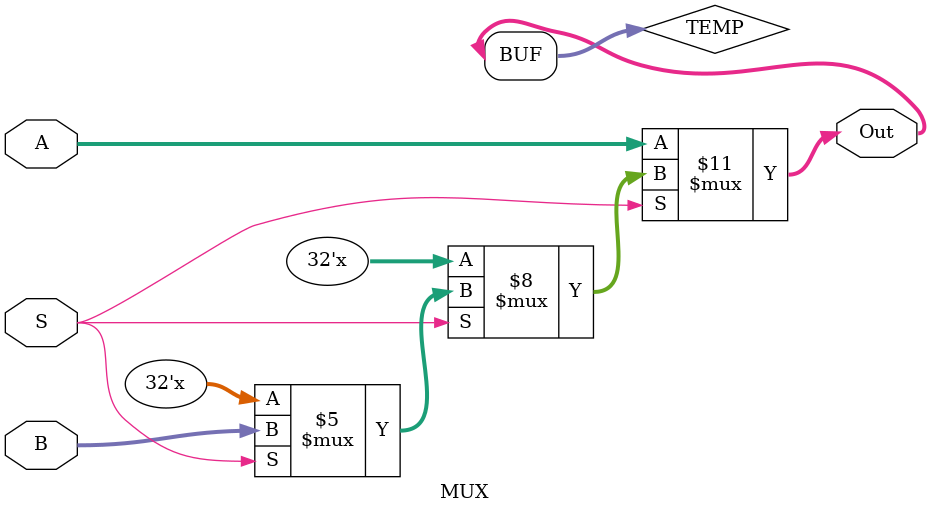
<source format=v>
module MUX(
    input wire [31:0] A,
    input wire [31:0] B,
    input wire S,
    output wire [31:0] Out
    );

    reg [31:0] TEMP;
    assign Out = TEMP;
    
    always @ (*) begin
        if (S == 0) begin
            TEMP = A;
        end
        else if (S == 1) begin
            TEMP = B;
        end
    end
endmodule
</source>
